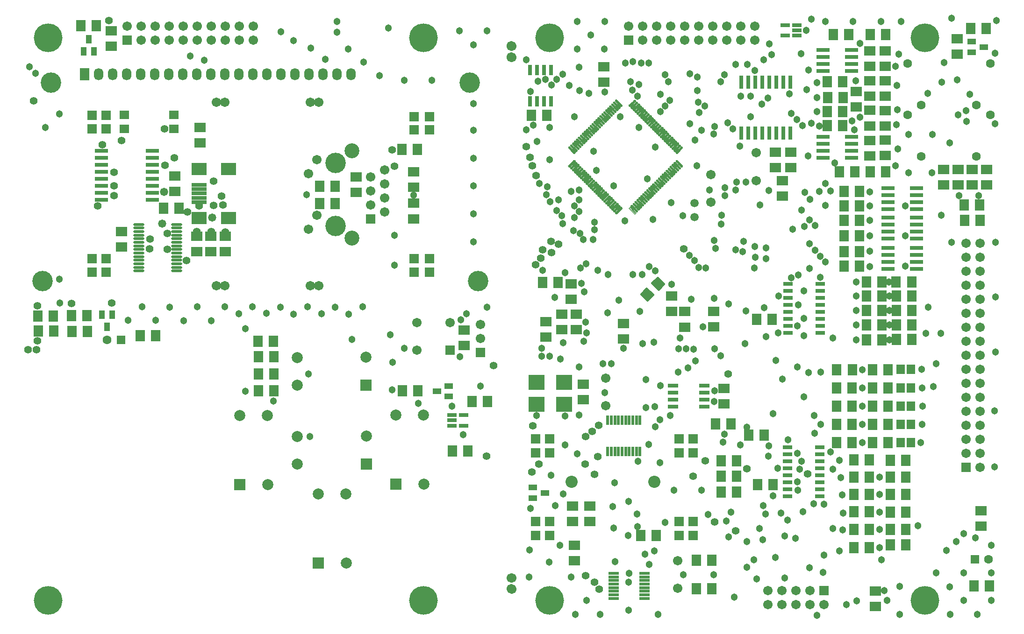
<source format=gts>
%FSLAX43Y43*%
%MOMM*%
G71*
G01*
G75*
%ADD10C,0.300*%
%ADD11R,1.600X1.800*%
%ADD12R,1.800X1.600*%
%ADD13R,0.600X2.150*%
%ADD14R,0.600X2.150*%
%ADD15R,0.600X1.700*%
%ADD16C,0.250*%
%ADD17C,0.063*%
%ADD18R,1.700X0.600*%
%ADD19R,1.700X0.600*%
%ADD20R,1.550X0.600*%
%ADD21R,1.550X0.600*%
%ADD22R,2.200X0.600*%
%ADD23R,2.200X0.600*%
%ADD24R,1.450X0.550*%
%ADD25R,1.450X0.550*%
%ADD26R,1.300X1.500*%
%ADD27R,2.200X0.550*%
%ADD28R,2.200X0.550*%
%ADD29R,1.300X0.850*%
%ADD30R,2.700X2.500*%
%ADD31R,1.650X0.300*%
%ADD32R,0.300X1.600*%
%ADD33R,2.150X0.600*%
%ADD34R,2.500X2.000*%
%ADD35R,2.500X0.500*%
%ADD36O,1.800X0.350*%
%ADD37O,1.800X0.350*%
%ADD38R,1.500X1.300*%
%ADD39R,2.150X0.600*%
%ADD40R,0.850X1.300*%
%ADD41C,0.500*%
%ADD42C,0.800*%
%ADD43C,0.400*%
%ADD44C,0.600*%
%ADD45C,1.000*%
%ADD46C,0.100*%
%ADD47C,1.500*%
%ADD48C,1.400*%
%ADD49R,1.500X1.500*%
%ADD50R,1.400X1.400*%
%ADD51C,1.300*%
%ADD52C,1.500*%
%ADD53C,2.000*%
%ADD54C,5.000*%
%ADD55R,1.800X1.800*%
%ADD56C,1.800*%
%ADD57C,3.500*%
%ADD58O,1.500X2.000*%
%ADD59R,1.500X2.000*%
%ADD60C,1.200*%
%ADD61C,2.500*%
%ADD62C,1.100*%
%ADD63C,1.270*%
%ADD64R,0.950X0.900*%
%ADD65C,0.700*%
%ADD66R,1.803X2.003*%
%ADD67R,2.003X1.803*%
%ADD68R,0.803X2.353*%
%ADD69R,0.803X2.353*%
%ADD70R,0.803X1.903*%
%ADD71R,1.903X0.803*%
%ADD72R,1.903X0.803*%
%ADD73R,1.753X0.803*%
%ADD74R,1.753X0.803*%
%ADD75R,2.403X0.803*%
%ADD76R,2.403X0.803*%
%ADD77R,1.653X0.753*%
%ADD78R,1.653X0.753*%
%ADD79R,1.503X1.703*%
%ADD80R,2.403X0.753*%
%ADD81R,2.403X0.753*%
%ADD82R,1.503X1.053*%
%ADD83R,2.903X2.703*%
%ADD84R,1.853X0.503*%
%ADD85R,0.503X1.803*%
%ADD86R,2.353X0.803*%
%ADD87R,2.703X2.203*%
%ADD88R,2.703X0.703*%
%ADD89O,2.003X0.553*%
%ADD90O,2.003X0.553*%
%ADD91R,1.703X1.503*%
%ADD92R,2.353X0.803*%
%ADD93R,1.053X1.503*%
%ADD94C,1.703*%
%ADD95C,1.603*%
%ADD96R,1.703X1.703*%
%ADD97R,1.603X1.603*%
%ADD98C,1.503*%
%ADD99C,1.703*%
%ADD100C,2.203*%
%ADD101C,5.203*%
%ADD102R,2.003X2.003*%
%ADD103C,2.003*%
%ADD104C,3.703*%
%ADD105O,1.703X2.203*%
%ADD106R,1.703X2.203*%
%ADD107C,1.403*%
%ADD108C,2.703*%
%ADD109C,1.303*%
%ADD110C,1.473*%
D43*
X108169Y75712D02*
X109053Y76596D01*
X109091Y76559D02*
G03*
X109053Y76596I-19J19D01*
G01*
X108207Y75675D02*
X109091Y76559D01*
X108169Y75712D02*
G03*
X108207Y75675I19J-19D01*
G01*
X113119Y92683D02*
X114003Y93567D01*
X114040Y93529D02*
G03*
X114003Y93567I-19J19D01*
G01*
X113157Y92645D02*
X114040Y93529D01*
X113119Y92683D02*
G03*
X113157Y92645I19J-19D01*
G01*
X117399Y81900D02*
X118283Y81016D01*
X118245Y80978D02*
G03*
X118283Y81016I19J19D01*
G01*
X117362Y81862D02*
X118245Y80978D01*
X117399Y81900D02*
G03*
X117362Y81862I-19J-19D01*
G01*
X116692Y81192D02*
X117576Y80309D01*
X117538Y80271D02*
G03*
X117576Y80309I19J19D01*
G01*
X116654Y81155D02*
X117538Y80271D01*
X116692Y81192D02*
G03*
X116654Y81155I-19J-19D01*
G01*
X108523Y75359D02*
X109407Y76243D01*
X109444Y76205D02*
G03*
X109407Y76243I-19J19D01*
G01*
X108560Y75321D02*
X109444Y76205D01*
X108523Y75359D02*
G03*
X108560Y75321I19J-19D01*
G01*
X100745Y83137D02*
X101628Y84021D01*
X101666Y83983D02*
G03*
X101628Y84021I-19J19D01*
G01*
X100782Y83099D02*
X101666Y83983D01*
X100745Y83137D02*
G03*
X100782Y83099I19J-19D01*
G01*
X100391Y83491D02*
X101275Y84374D01*
X101312Y84337D02*
G03*
X101275Y84374I-19J19D01*
G01*
X100429Y83453D02*
X101312Y84337D01*
X100391Y83491D02*
G03*
X100429Y83453I19J-19D01*
G01*
X119167Y83667D02*
X120051Y82783D01*
X120013Y82746D02*
G03*
X120051Y82783I19J19D01*
G01*
X119129Y83630D02*
X120013Y82746D01*
X119167Y83667D02*
G03*
X119129Y83630I-19J-19D01*
G01*
X118813Y83314D02*
X119697Y82430D01*
X119660Y82392D02*
G03*
X119697Y82430I19J19D01*
G01*
X118776Y83276D02*
X119660Y82392D01*
X118813Y83314D02*
G03*
X118776Y83276I-19J-19D01*
G01*
X115594Y90208D02*
X116478Y91092D01*
X116515Y91054D02*
G03*
X116478Y91092I-19J19D01*
G01*
X115631Y90170D02*
X116515Y91054D01*
X115594Y90208D02*
G03*
X115631Y90170I19J-19D01*
G01*
X115240Y90562D02*
X116124Y91446D01*
X116162Y91408D02*
G03*
X116124Y91446I-19J19D01*
G01*
X115278Y90524D02*
X116162Y91408D01*
X115240Y90562D02*
G03*
X115278Y90524I19J-19D01*
G01*
X116654Y89147D02*
X117538Y90031D01*
X117576Y89994D02*
G03*
X117538Y90031I-19J19D01*
G01*
X116692Y89110D02*
X117576Y89994D01*
X116654Y89147D02*
G03*
X116692Y89110I19J-19D01*
G01*
X101098Y82783D02*
X101982Y83667D01*
X102020Y83630D02*
G03*
X101982Y83667I-19J19D01*
G01*
X101136Y82746D02*
X102020Y83630D01*
X101098Y82783D02*
G03*
X101136Y82746I19J-19D01*
G01*
X101452Y82395D02*
X102336Y83278D01*
X102373Y83241D02*
G03*
X102336Y83278I-19J19D01*
G01*
X101489Y82357D02*
X102373Y83241D01*
X101452Y82395D02*
G03*
X101489Y82357I19J-19D01*
G01*
X101805Y82076D02*
X102689Y82960D01*
X102727Y82923D02*
G03*
X102689Y82960I-19J19D01*
G01*
X101843Y82039D02*
X102727Y82923D01*
X101805Y82076D02*
G03*
X101843Y82039I19J-19D01*
G01*
X102159Y81723D02*
X103043Y82607D01*
X103080Y82569D02*
G03*
X103043Y82607I-19J19D01*
G01*
X102196Y81685D02*
X103080Y82569D01*
X102159Y81723D02*
G03*
X102196Y81685I19J-19D01*
G01*
X102512Y81369D02*
X103396Y82253D01*
X103434Y82216D02*
G03*
X103396Y82253I-19J19D01*
G01*
X102550Y81332D02*
X103434Y82216D01*
X102512Y81369D02*
G03*
X102550Y81332I19J-19D01*
G01*
X102866Y81016D02*
X103750Y81900D01*
X103787Y81862D02*
G03*
X103750Y81900I-19J19D01*
G01*
X102903Y80978D02*
X103787Y81862D01*
X102866Y81016D02*
G03*
X102903Y80978I19J-19D01*
G01*
X103219Y80662D02*
X104103Y81546D01*
X104141Y81508D02*
G03*
X104103Y81546I-19J19D01*
G01*
X103257Y80625D02*
X104141Y81508D01*
X103219Y80662D02*
G03*
X103257Y80625I19J-19D01*
G01*
X103573Y80309D02*
X104457Y81192D01*
X104494Y81155D02*
G03*
X104457Y81192I-19J19D01*
G01*
X103611Y80271D02*
X104494Y81155D01*
X103573Y80309D02*
G03*
X103611Y80271I19J-19D01*
G01*
X103927Y79955D02*
X104810Y80839D01*
X104848Y80801D02*
G03*
X104810Y80839I-19J19D01*
G01*
X103964Y79917D02*
X104848Y80801D01*
X103927Y79955D02*
G03*
X103964Y79917I19J-19D01*
G01*
X104280Y79601D02*
X105164Y80485D01*
X105202Y80448D02*
G03*
X105164Y80485I-19J19D01*
G01*
X104318Y79564D02*
X105202Y80448D01*
X104280Y79601D02*
G03*
X104318Y79564I19J-19D01*
G01*
X104634Y79248D02*
X105518Y80132D01*
X105555Y80094D02*
G03*
X105518Y80132I-19J19D01*
G01*
X104671Y79210D02*
X105555Y80094D01*
X104634Y79248D02*
G03*
X104671Y79210I19J-19D01*
G01*
X104987Y78894D02*
X105871Y79778D01*
X105909Y79741D02*
G03*
X105871Y79778I-19J19D01*
G01*
X105025Y78857D02*
X105909Y79741D01*
X104987Y78894D02*
G03*
X105025Y78857I19J-19D01*
G01*
X105341Y78541D02*
X106225Y79425D01*
X106262Y79387D02*
G03*
X106225Y79425I-19J19D01*
G01*
X105378Y78503D02*
X106262Y79387D01*
X105341Y78541D02*
G03*
X105378Y78503I19J-19D01*
G01*
X105694Y78187D02*
X106578Y79071D01*
X106616Y79034D02*
G03*
X106578Y79071I-19J19D01*
G01*
X105732Y78150D02*
X106616Y79034D01*
X105694Y78187D02*
G03*
X105732Y78150I19J-19D01*
G01*
X106048Y77834D02*
X106932Y78718D01*
X106969Y78680D02*
G03*
X106932Y78718I-19J19D01*
G01*
X106085Y77796D02*
X106969Y78680D01*
X106048Y77834D02*
G03*
X106085Y77796I19J-19D01*
G01*
X106401Y77480D02*
X107285Y78364D01*
X107323Y78326D02*
G03*
X107285Y78364I-19J19D01*
G01*
X106439Y77443D02*
X107323Y78326D01*
X106401Y77480D02*
G03*
X106439Y77443I19J-19D01*
G01*
X106755Y77091D02*
X107639Y77975D01*
X107676Y77938D02*
G03*
X107639Y77975I-19J19D01*
G01*
X106793Y77054D02*
X107676Y77938D01*
X106755Y77091D02*
G03*
X106793Y77054I19J-19D01*
G01*
X107108Y76773D02*
X107992Y77657D01*
X108030Y77619D02*
G03*
X107992Y77657I-19J19D01*
G01*
X107146Y76735D02*
X108030Y77619D01*
X107108Y76773D02*
G03*
X107146Y76735I19J-19D01*
G01*
X107462Y76419D02*
X108346Y77303D01*
X108384Y77266D02*
G03*
X108346Y77303I-19J19D01*
G01*
X107500Y76382D02*
X108384Y77266D01*
X107462Y76419D02*
G03*
X107500Y76382I19J-19D01*
G01*
X107816Y76066D02*
X108699Y76950D01*
X108737Y76912D02*
G03*
X108699Y76950I-19J19D01*
G01*
X107853Y76028D02*
X108737Y76912D01*
X107816Y76066D02*
G03*
X107853Y76028I19J-19D01*
G01*
X108876Y75005D02*
X109760Y75889D01*
X109798Y75852D02*
G03*
X109760Y75889I-19J19D01*
G01*
X108914Y74968D02*
X109798Y75852D01*
X108876Y75005D02*
G03*
X108914Y74968I19J-19D01*
G01*
X108914Y95335D02*
X109798Y94451D01*
X109760Y94413D02*
G03*
X109798Y94451I19J19D01*
G01*
X108876Y95297D02*
X109760Y94413D01*
X108914Y95335D02*
G03*
X108876Y95297I-19J-19D01*
G01*
X108560Y94981D02*
X109444Y94097D01*
X109407Y94060D02*
G03*
X109444Y94097I19J19D01*
G01*
X108523Y94943D02*
X109407Y94060D01*
X108560Y94981D02*
G03*
X108523Y94943I-19J-19D01*
G01*
X108207Y94627D02*
X109091Y93744D01*
X109053Y93706D02*
G03*
X109091Y93744I19J19D01*
G01*
X108169Y94590D02*
X109053Y93706D01*
X108207Y94627D02*
G03*
X108169Y94590I-19J-19D01*
G01*
X107853Y94274D02*
X108737Y93390D01*
X108699Y93352D02*
G03*
X108737Y93390I19J19D01*
G01*
X107816Y94236D02*
X108699Y93352D01*
X107853Y94274D02*
G03*
X107816Y94236I-19J-19D01*
G01*
X107500Y93920D02*
X108384Y93036D01*
X108346Y92999D02*
G03*
X108384Y93036I19J19D01*
G01*
X107462Y93883D02*
X108346Y92999D01*
X107500Y93920D02*
G03*
X107462Y93883I-19J-19D01*
G01*
X107146Y93567D02*
X108030Y92683D01*
X107992Y92645D02*
G03*
X108030Y92683I19J19D01*
G01*
X107108Y93529D02*
X107992Y92645D01*
X107146Y93567D02*
G03*
X107108Y93529I-19J-19D01*
G01*
X106793Y93213D02*
X107676Y92329D01*
X107639Y92292D02*
G03*
X107676Y92329I19J19D01*
G01*
X106755Y93176D02*
X107639Y92292D01*
X106793Y93213D02*
G03*
X106755Y93176I-19J-19D01*
G01*
X106439Y92860D02*
X107323Y91976D01*
X107285Y91938D02*
G03*
X107323Y91976I19J19D01*
G01*
X106401Y92822D02*
X107285Y91938D01*
X106439Y92860D02*
G03*
X106401Y92822I-19J-19D01*
G01*
X106085Y92506D02*
X106969Y91622D01*
X106932Y91585D02*
G03*
X106969Y91622I19J19D01*
G01*
X106048Y92469D02*
X106932Y91585D01*
X106085Y92506D02*
G03*
X106048Y92469I-19J-19D01*
G01*
X105732Y92153D02*
X106616Y91269D01*
X106578Y91231D02*
G03*
X106616Y91269I19J19D01*
G01*
X105694Y92115D02*
X106578Y91231D01*
X105732Y92153D02*
G03*
X105694Y92115I-19J-19D01*
G01*
X105378Y91799D02*
X106262Y90915D01*
X106225Y90878D02*
G03*
X106262Y90915I19J19D01*
G01*
X105341Y91761D02*
X106225Y90878D01*
X105378Y91799D02*
G03*
X105341Y91761I-19J-19D01*
G01*
X105025Y91445D02*
X105909Y90562D01*
X105871Y90524D02*
G03*
X105909Y90562I19J19D01*
G01*
X104987Y91408D02*
X105871Y90524D01*
X105025Y91445D02*
G03*
X104987Y91408I-19J-19D01*
G01*
X104671Y91092D02*
X105555Y90208D01*
X105517Y90170D02*
G03*
X105555Y90208I19J19D01*
G01*
X104634Y91054D02*
X105517Y90170D01*
X104671Y91092D02*
G03*
X104634Y91054I-19J-19D01*
G01*
X104318Y90738D02*
X105202Y89854D01*
X105164Y89817D02*
G03*
X105202Y89854I19J19D01*
G01*
X104280Y90701D02*
X105164Y89817D01*
X104318Y90738D02*
G03*
X104280Y90701I-19J-19D01*
G01*
X103964Y90385D02*
X104848Y89501D01*
X104810Y89463D02*
G03*
X104848Y89501I19J19D01*
G01*
X103926Y90347D02*
X104810Y89463D01*
X103964Y90385D02*
G03*
X103926Y90347I-19J-19D01*
G01*
X103257Y89678D02*
X104141Y88794D01*
X104103Y88756D02*
G03*
X104141Y88794I19J19D01*
G01*
X103219Y89640D02*
X104103Y88756D01*
X103257Y89678D02*
G03*
X103219Y89640I-19J-19D01*
G01*
X102903Y89324D02*
X103787Y88440D01*
X103750Y88403D02*
G03*
X103787Y88440I19J19D01*
G01*
X102866Y89287D02*
X103750Y88403D01*
X102903Y89324D02*
G03*
X102866Y89287I-19J-19D01*
G01*
X102550Y88971D02*
X103434Y88087D01*
X103396Y88049D02*
G03*
X103434Y88087I19J19D01*
G01*
X102512Y88933D02*
X103396Y88049D01*
X102550Y88971D02*
G03*
X102512Y88933I-19J-19D01*
G01*
X102196Y88617D02*
X103080Y87733D01*
X103043Y87696D02*
G03*
X103080Y87733I19J19D01*
G01*
X102159Y88579D02*
X103043Y87696D01*
X102196Y88617D02*
G03*
X102159Y88579I-19J-19D01*
G01*
X101843Y88264D02*
X102727Y87380D01*
X102689Y87342D02*
G03*
X102727Y87380I19J19D01*
G01*
X101805Y88226D02*
X102689Y87342D01*
X101843Y88264D02*
G03*
X101805Y88226I-19J-19D01*
G01*
X101489Y87910D02*
X102373Y87026D01*
X102336Y86988D02*
G03*
X102373Y87026I19J19D01*
G01*
X101452Y87872D02*
X102336Y86988D01*
X101489Y87910D02*
G03*
X101452Y87872I-19J-19D01*
G01*
X101136Y87556D02*
X102020Y86673D01*
X101982Y86635D02*
G03*
X102020Y86673I19J19D01*
G01*
X101098Y87519D02*
X101982Y86635D01*
X101136Y87556D02*
G03*
X101098Y87519I-19J-19D01*
G01*
X119836Y85965D02*
X120720Y86849D01*
X120758Y86812D02*
G03*
X120720Y86849I-19J19D01*
G01*
X119874Y85928D02*
X120758Y86812D01*
X119836Y85965D02*
G03*
X119874Y85928I19J-19D01*
G01*
X119129Y86673D02*
X120013Y87556D01*
X120051Y87519D02*
G03*
X120013Y87556I-19J19D01*
G01*
X119167Y86635D02*
X120051Y87519D01*
X119129Y86673D02*
G03*
X119167Y86635I19J-19D01*
G01*
X118776Y87026D02*
X119660Y87910D01*
X119697Y87872D02*
G03*
X119660Y87910I-19J19D01*
G01*
X118813Y86988D02*
X119697Y87872D01*
X118776Y87026D02*
G03*
X118813Y86988I19J-19D01*
G01*
X118422Y87380D02*
X119306Y88264D01*
X119344Y88226D02*
G03*
X119306Y88264I-19J19D01*
G01*
X118460Y87342D02*
X119344Y88226D01*
X118422Y87380D02*
G03*
X118460Y87342I19J-19D01*
G01*
X118069Y87733D02*
X118952Y88617D01*
X118990Y88579D02*
G03*
X118952Y88617I-19J19D01*
G01*
X118106Y87696D02*
X118990Y88579D01*
X118069Y87733D02*
G03*
X118106Y87696I19J-19D01*
G01*
X117715Y88087D02*
X118599Y88971D01*
X118637Y88933D02*
G03*
X118599Y88971I-19J19D01*
G01*
X117753Y88049D02*
X118637Y88933D01*
X117715Y88087D02*
G03*
X117753Y88049I19J-19D01*
G01*
X117362Y88440D02*
X118245Y89324D01*
X118283Y89287D02*
G03*
X118245Y89324I-19J19D01*
G01*
X117399Y88403D02*
X118283Y89287D01*
X117362Y88440D02*
G03*
X117399Y88403I19J-19D01*
G01*
X117008Y88794D02*
X117892Y89678D01*
X117929Y89640D02*
G03*
X117892Y89678I-19J19D01*
G01*
X117046Y88756D02*
X117929Y89640D01*
X117008Y88794D02*
G03*
X117046Y88756I19J-19D01*
G01*
X116301Y89501D02*
X117185Y90385D01*
X117222Y90347D02*
G03*
X117185Y90385I-19J19D01*
G01*
X116339Y89463D02*
X117222Y90347D01*
X116301Y89501D02*
G03*
X116339Y89463I19J-19D01*
G01*
X115947Y89854D02*
X116831Y90738D01*
X116869Y90701D02*
G03*
X116831Y90738I-19J19D01*
G01*
X115985Y89817D02*
X116869Y90701D01*
X115947Y89854D02*
G03*
X115985Y89817I19J-19D01*
G01*
X114887Y90915D02*
X115771Y91799D01*
X115808Y91761D02*
G03*
X115771Y91799I-19J19D01*
G01*
X114924Y90878D02*
X115808Y91761D01*
X114887Y90915D02*
G03*
X114924Y90878I19J-19D01*
G01*
X114533Y91269D02*
X115417Y92153D01*
X115455Y92115D02*
G03*
X115417Y92153I-19J19D01*
G01*
X114571Y91231D02*
X115455Y92115D01*
X114533Y91269D02*
G03*
X114571Y91231I19J-19D01*
G01*
X114180Y91622D02*
X115063Y92506D01*
X115101Y92469D02*
G03*
X115063Y92506I-19J19D01*
G01*
X114217Y91585D02*
X115101Y92469D01*
X114180Y91622D02*
G03*
X114217Y91585I19J-19D01*
G01*
X113826Y91976D02*
X114710Y92860D01*
X114748Y92822D02*
G03*
X114710Y92860I-19J19D01*
G01*
X113864Y91938D02*
X114748Y92822D01*
X113826Y91976D02*
G03*
X113864Y91938I19J-19D01*
G01*
X113472Y92329D02*
X114356Y93213D01*
X114394Y93176D02*
G03*
X114356Y93213I-19J19D01*
G01*
X113510Y92292D02*
X114394Y93176D01*
X113472Y92329D02*
G03*
X113510Y92292I19J-19D01*
G01*
X112765Y93036D02*
X113649Y93920D01*
X113687Y93883D02*
G03*
X113649Y93920I-19J19D01*
G01*
X112803Y92999D02*
X113687Y93883D01*
X112765Y93036D02*
G03*
X112803Y92999I19J-19D01*
G01*
X112412Y93390D02*
X113296Y94274D01*
X113333Y94236D02*
G03*
X113296Y94274I-19J19D01*
G01*
X112449Y93352D02*
X113333Y94236D01*
X112412Y93390D02*
G03*
X112449Y93352I19J-19D01*
G01*
X112058Y93744D02*
X112942Y94627D01*
X112980Y94590D02*
G03*
X112942Y94627I-19J19D01*
G01*
X112096Y93706D02*
X112980Y94590D01*
X112058Y93744D02*
G03*
X112096Y93706I19J-19D01*
G01*
X111705Y94097D02*
X112589Y94981D01*
X112626Y94943D02*
G03*
X112589Y94981I-19J19D01*
G01*
X111742Y94060D02*
X112626Y94943D01*
X111705Y94097D02*
G03*
X111742Y94060I19J-19D01*
G01*
X111351Y94451D02*
X112235Y95335D01*
X112273Y95297D02*
G03*
X112235Y95335I-19J19D01*
G01*
X111389Y94413D02*
X112273Y95297D01*
X111351Y94451D02*
G03*
X111389Y94413I19J-19D01*
G01*
X111742Y76243D02*
X112626Y75359D01*
X112589Y75321D02*
G03*
X112626Y75359I19J19D01*
G01*
X111705Y76205D02*
X112589Y75321D01*
X111742Y76243D02*
G03*
X111705Y76205I-19J-19D01*
G01*
X112096Y76596D02*
X112980Y75712D01*
X112942Y75675D02*
G03*
X112980Y75712I19J19D01*
G01*
X112058Y76559D02*
X112942Y75675D01*
X112096Y76596D02*
G03*
X112058Y76559I-19J-19D01*
G01*
X112449Y76950D02*
X113333Y76066D01*
X113296Y76028D02*
G03*
X113333Y76066I19J19D01*
G01*
X112412Y76912D02*
X113296Y76028D01*
X112449Y76950D02*
G03*
X112412Y76912I-19J-19D01*
G01*
X112803Y77303D02*
X113687Y76419D01*
X113649Y76382D02*
G03*
X113687Y76419I19J19D01*
G01*
X112765Y77266D02*
X113649Y76382D01*
X112803Y77303D02*
G03*
X112765Y77266I-19J-19D01*
G01*
X113157Y77657D02*
X114040Y76773D01*
X114003Y76735D02*
G03*
X114040Y76773I19J19D01*
G01*
X113119Y77619D02*
X114003Y76735D01*
X113157Y77657D02*
G03*
X113119Y77619I-19J-19D01*
G01*
X113864Y78364D02*
X114748Y77480D01*
X114710Y77443D02*
G03*
X114748Y77480I19J19D01*
G01*
X113826Y78326D02*
X114710Y77443D01*
X113864Y78364D02*
G03*
X113826Y78326I-19J-19D01*
G01*
X114217Y78718D02*
X115101Y77834D01*
X115063Y77796D02*
G03*
X115101Y77834I19J19D01*
G01*
X114180Y78680D02*
X115063Y77796D01*
X114217Y78718D02*
G03*
X114180Y78680I-19J-19D01*
G01*
X114571Y79071D02*
X115455Y78187D01*
X115417Y78150D02*
G03*
X115455Y78187I19J19D01*
G01*
X114533Y79034D02*
X115417Y78150D01*
X114571Y79071D02*
G03*
X114533Y79034I-19J-19D01*
G01*
X114924Y79425D02*
X115808Y78541D01*
X115771Y78503D02*
G03*
X115808Y78541I19J19D01*
G01*
X114887Y79387D02*
X115771Y78503D01*
X114924Y79425D02*
G03*
X114887Y79387I-19J-19D01*
G01*
X115278Y79778D02*
X116162Y78894D01*
X116124Y78857D02*
G03*
X116162Y78894I19J19D01*
G01*
X115240Y79741D02*
X116124Y78857D01*
X115278Y79778D02*
G03*
X115240Y79741I-19J-19D01*
G01*
X115631Y80132D02*
X116515Y79248D01*
X116478Y79210D02*
G03*
X116515Y79248I19J19D01*
G01*
X115594Y80094D02*
X116478Y79210D01*
X115631Y80132D02*
G03*
X115594Y80094I-19J-19D01*
G01*
X115985Y80485D02*
X116869Y79602D01*
X116831Y79564D02*
G03*
X116869Y79602I19J19D01*
G01*
X115947Y80448D02*
X116831Y79564D01*
X115985Y80485D02*
G03*
X115947Y80448I-19J-19D01*
G01*
X116339Y80839D02*
X117222Y79955D01*
X117185Y79917D02*
G03*
X117222Y79955I19J19D01*
G01*
X116301Y80801D02*
X117185Y79917D01*
X116339Y80839D02*
G03*
X116301Y80801I-19J-19D01*
G01*
X117046Y81546D02*
X117929Y80662D01*
X117892Y80625D02*
G03*
X117929Y80662I19J19D01*
G01*
X117008Y81508D02*
X117892Y80625D01*
X117046Y81546D02*
G03*
X117008Y81508I-19J-19D01*
G01*
X117753Y82253D02*
X118637Y81369D01*
X118599Y81332D02*
G03*
X118637Y81369I19J19D01*
G01*
X117715Y82215D02*
X118599Y81332D01*
X117753Y82253D02*
G03*
X117715Y82215I-19J-19D01*
G01*
X118106Y82607D02*
X118990Y81723D01*
X118952Y81685D02*
G03*
X118990Y81723I19J19D01*
G01*
X118069Y82569D02*
X118952Y81685D01*
X118106Y82607D02*
G03*
X118069Y82569I-19J-19D01*
G01*
X118460Y82960D02*
X119344Y82076D01*
X119306Y82039D02*
G03*
X119344Y82076I19J19D01*
G01*
X118422Y82923D02*
X119306Y82039D01*
X118460Y82960D02*
G03*
X118422Y82923I-19J-19D01*
G01*
X119521Y84021D02*
X120404Y83137D01*
X120367Y83099D02*
G03*
X120404Y83137I19J19D01*
G01*
X119483Y83983D02*
X120367Y83099D01*
X119521Y84021D02*
G03*
X119483Y83983I-19J-19D01*
G01*
X119874Y84374D02*
X120758Y83491D01*
X120720Y83453D02*
G03*
X120758Y83491I19J19D01*
G01*
X119836Y84337D02*
X120720Y83453D01*
X119874Y84374D02*
G03*
X119836Y84337I-19J-19D01*
G01*
X113510Y78010D02*
X114394Y77127D01*
X114356Y77089D02*
G03*
X114394Y77127I19J19D01*
G01*
X113473Y77973D02*
X114356Y77089D01*
X113510Y78010D02*
G03*
X113473Y77973I-19J-19D01*
G01*
X100429Y86849D02*
X101312Y85965D01*
X101275Y85928D02*
G03*
X101312Y85965I19J19D01*
G01*
X100391Y86812D02*
X101275Y85928D01*
X100429Y86849D02*
G03*
X100391Y86812I-19J-19D01*
G01*
X100782Y87203D02*
X101666Y86319D01*
X101628Y86281D02*
G03*
X101666Y86319I19J19D01*
G01*
X100745Y87165D02*
X101628Y86281D01*
X100782Y87203D02*
G03*
X100745Y87165I-19J-19D01*
G01*
X103611Y90031D02*
X104495Y89147D01*
X104457Y89110D02*
G03*
X104495Y89147I19J19D01*
G01*
X103573Y89994D02*
X104457Y89110D01*
X103611Y90031D02*
G03*
X103573Y89994I-19J-19D01*
G01*
X119483Y86319D02*
X120367Y87203D01*
X120404Y87165D02*
G03*
X120367Y87203I-19J19D01*
G01*
X119520Y86281D02*
X120404Y87165D01*
X119483Y86319D02*
G03*
X119520Y86281I19J-19D01*
G01*
X114555Y59134D02*
X113422Y60268D01*
X114414Y61260D01*
X115548Y60127D01*
X114555Y59134D01*
Y59606D02*
X113893Y60268D01*
X114414Y60789D01*
X115076Y60127D01*
X114555Y59606D01*
Y60077D02*
X114365Y60268D01*
X114414Y60317D01*
X114605Y60127D01*
X114555Y60077D01*
X114485Y60179D02*
Y60215D01*
X116535Y61114D02*
X115402Y62248D01*
X116394Y63240D01*
X117528Y62107D01*
X116535Y61114D01*
Y61586D02*
X115873Y62248D01*
X116394Y62769D01*
X117056Y62107D01*
X116535Y61586D01*
Y62057D02*
X116345Y62248D01*
X116394Y62297D01*
X116585Y62107D01*
X116535Y62057D01*
X116465Y62159D02*
Y62195D01*
D46*
X112521Y74969D02*
X112271Y74719D01*
X111138Y75853D01*
X111388Y76102D01*
X112521Y74969D01*
X112403D02*
X112271Y74837D01*
X111256Y75853D01*
X111388Y75985D01*
X112403Y74969D01*
X112286D02*
X112271Y74955D01*
X111374Y75853D01*
X111388Y75867D01*
X112286Y74969D01*
X112229Y75030D02*
X111430Y75792D01*
D66*
X154268Y54674D02*
D03*
X157068D02*
D03*
X154268Y59875D02*
D03*
X157068D02*
D03*
X154268Y57274D02*
D03*
X157068Y57274D02*
D03*
X154268Y62426D02*
D03*
X157068D02*
D03*
X159677Y57272D02*
D03*
X162477D02*
D03*
X162427Y62423D02*
D03*
X159627D02*
D03*
X126218Y6809D02*
D03*
X123418Y6809D02*
D03*
X135696Y34665D02*
D03*
X132896Y34665D02*
D03*
X93537Y92708D02*
D03*
X96337D02*
D03*
X147112Y90795D02*
D03*
X149912Y90795D02*
D03*
X174780Y76427D02*
D03*
X171980D02*
D03*
X149937Y93358D02*
D03*
X147137D02*
D03*
X152962Y76245D02*
D03*
X150162Y76245D02*
D03*
X152962Y78845D02*
D03*
X150162Y78845D02*
D03*
X148874Y46551D02*
D03*
X151674D02*
D03*
X158187Y46558D02*
D03*
X155387Y46558D02*
D03*
X161362Y30145D02*
D03*
X158562Y30145D02*
D03*
X151662Y43245D02*
D03*
X148862D02*
D03*
X154937Y107308D02*
D03*
X157737D02*
D03*
X158187Y43258D02*
D03*
X155387D02*
D03*
X172018Y73620D02*
D03*
X174818D02*
D03*
X147187Y95908D02*
D03*
X149987Y95908D02*
D03*
X151662Y39945D02*
D03*
X148862D02*
D03*
X158187Y39958D02*
D03*
X155387D02*
D03*
X149937Y98808D02*
D03*
X147137Y98808D02*
D03*
X151662Y36645D02*
D03*
X148862D02*
D03*
X155387Y36658D02*
D03*
X158187D02*
D03*
X159677Y54671D02*
D03*
X162477Y54671D02*
D03*
X148862Y33345D02*
D03*
X151662D02*
D03*
X158187Y33358D02*
D03*
X155387D02*
D03*
X161362Y27045D02*
D03*
X158562Y27045D02*
D03*
X151987Y27058D02*
D03*
X154787Y27058D02*
D03*
X150224Y65301D02*
D03*
X153024D02*
D03*
X150212Y70795D02*
D03*
X153012D02*
D03*
X159702Y52008D02*
D03*
X162502D02*
D03*
X157076Y51971D02*
D03*
X154276D02*
D03*
X161362Y23945D02*
D03*
X158562D02*
D03*
X151987Y23958D02*
D03*
X154787D02*
D03*
X150162Y67945D02*
D03*
X152962D02*
D03*
X150212Y73595D02*
D03*
X153012D02*
D03*
X161362Y20745D02*
D03*
X158562D02*
D03*
X151987Y20758D02*
D03*
X154787Y20758D02*
D03*
X161362Y17545D02*
D03*
X158562D02*
D03*
X151987Y17558D02*
D03*
X154787D02*
D03*
X161362Y14747D02*
D03*
X158562D02*
D03*
X151987Y14258D02*
D03*
X154787D02*
D03*
X173687Y7358D02*
D03*
X176487D02*
D03*
X157737Y82408D02*
D03*
X154937D02*
D03*
X151979Y30160D02*
D03*
X154779Y30160D02*
D03*
X149327Y82404D02*
D03*
X152127Y82404D02*
D03*
X134361Y55668D02*
D03*
X137161D02*
D03*
X151059Y107325D02*
D03*
X148259D02*
D03*
X134487Y25710D02*
D03*
X137287D02*
D03*
X173156Y108384D02*
D03*
X175956Y108384D02*
D03*
X162477Y59873D02*
D03*
X159677Y59873D02*
D03*
X130694Y30002D02*
D03*
X127894Y30002D02*
D03*
Y27201D02*
D03*
X130694Y27201D02*
D03*
X127920Y24349D02*
D03*
X130720Y24349D02*
D03*
X126870Y36703D02*
D03*
X129670Y36703D02*
D03*
X95575Y62402D02*
D03*
X98375D02*
D03*
X123418Y11961D02*
D03*
X126218Y11961D02*
D03*
X116134Y16513D02*
D03*
X113334D02*
D03*
X26895Y75813D02*
D03*
X29695Y75812D02*
D03*
X11953Y108927D02*
D03*
X14753D02*
D03*
X46863Y48907D02*
D03*
Y42707D02*
D03*
Y45807D02*
D03*
X72963Y42707D02*
D03*
X46800Y51700D02*
D03*
X44063Y48907D02*
D03*
Y42707D02*
D03*
Y45807D02*
D03*
X70163Y42707D02*
D03*
X44000Y51700D02*
D03*
X79213Y31757D02*
D03*
X82013Y31757D02*
D03*
X72868Y86472D02*
D03*
X70068D02*
D03*
X55157Y76709D02*
D03*
Y79809D02*
D03*
X57957Y76709D02*
D03*
Y79809D02*
D03*
X13062Y56329D02*
D03*
X10262Y56329D02*
D03*
X4145Y56295D02*
D03*
X6945D02*
D03*
X7006Y53542D02*
D03*
X4206Y53542D02*
D03*
X10294Y53499D02*
D03*
X13094Y53499D02*
D03*
X22694Y52712D02*
D03*
X25494Y52712D02*
D03*
X82810Y40767D02*
D03*
X85610Y40767D02*
D03*
D67*
X126562Y54339D02*
D03*
Y57139D02*
D03*
X104133Y21843D02*
D03*
X104133Y19043D02*
D03*
X152421Y96978D02*
D03*
X152421Y94178D02*
D03*
X140568Y85964D02*
D03*
Y83164D02*
D03*
X154868Y93564D02*
D03*
Y90764D02*
D03*
X173411Y82884D02*
D03*
Y80084D02*
D03*
X154881Y85339D02*
D03*
Y88139D02*
D03*
X170667Y103727D02*
D03*
X170667Y106527D02*
D03*
X137768Y83164D02*
D03*
X137768Y85964D02*
D03*
X154874Y104351D02*
D03*
Y101551D02*
D03*
X176018Y80072D02*
D03*
X176018Y82872D02*
D03*
X154881Y96139D02*
D03*
Y98939D02*
D03*
X168210Y80084D02*
D03*
Y82884D02*
D03*
X101032Y19043D02*
D03*
Y21843D02*
D03*
X155893Y6398D02*
D03*
Y3598D02*
D03*
X128453Y40364D02*
D03*
Y43164D02*
D03*
X174981Y20939D02*
D03*
Y18139D02*
D03*
X170810Y82884D02*
D03*
Y80084D02*
D03*
X106643Y101488D02*
D03*
Y98688D02*
D03*
X157678Y93548D02*
D03*
Y90748D02*
D03*
X157671Y85354D02*
D03*
X157671Y88154D02*
D03*
X138971Y78054D02*
D03*
Y80854D02*
D03*
X157678Y104348D02*
D03*
Y101548D02*
D03*
X157671Y96154D02*
D03*
Y98954D02*
D03*
X118946Y59949D02*
D03*
X118946Y57149D02*
D03*
X96181Y52487D02*
D03*
X96181Y55287D02*
D03*
X99059Y53824D02*
D03*
Y56624D02*
D03*
X101659Y53824D02*
D03*
Y56624D02*
D03*
X100770Y62099D02*
D03*
X100770Y59299D02*
D03*
X121309Y54274D02*
D03*
X121309Y57074D02*
D03*
X102983Y41148D02*
D03*
X102983Y43948D02*
D03*
X110246Y54949D02*
D03*
X110246Y52149D02*
D03*
X101332Y14691D02*
D03*
X101332Y11891D02*
D03*
X33515Y87660D02*
D03*
Y90460D02*
D03*
X19255Y71568D02*
D03*
Y68768D02*
D03*
X32902Y70780D02*
D03*
X32902Y67980D02*
D03*
X38103Y70780D02*
D03*
X38103Y67980D02*
D03*
X35502Y70780D02*
D03*
X35502Y67980D02*
D03*
X28957Y78870D02*
D03*
Y81670D02*
D03*
X81338Y50955D02*
D03*
X81338Y53755D02*
D03*
X17404Y107977D02*
D03*
Y105177D02*
D03*
X61816Y78720D02*
D03*
Y81520D02*
D03*
X72169Y73916D02*
D03*
Y82416D02*
D03*
Y76716D02*
D03*
Y79616D02*
D03*
D68*
X135339Y89426D02*
D03*
Y98676D02*
D03*
X136609D02*
D03*
X132799Y89426D02*
D03*
X134069D02*
D03*
X137879D02*
D03*
X139149D02*
D03*
X140419D02*
D03*
X131529Y98676D02*
D03*
X137879D02*
D03*
X139149D02*
D03*
D69*
X131529Y89426D02*
D03*
X134069Y98676D02*
D03*
X132799Y98676D02*
D03*
X140419D02*
D03*
X136609Y89426D02*
D03*
D70*
X95859Y100901D02*
D03*
X94589Y95201D02*
D03*
X97129Y100901D02*
D03*
X94589D02*
D03*
X93319D02*
D03*
X97129Y95201D02*
D03*
X95859D02*
D03*
X93319D02*
D03*
D71*
X119205Y39857D02*
D03*
Y41127D02*
D03*
X124905Y42397D02*
D03*
Y41127D02*
D03*
D72*
X119205Y43667D02*
D03*
Y42397D02*
D03*
X124905Y43667D02*
D03*
Y39857D02*
D03*
D73*
X139999Y62146D02*
D03*
Y55796D02*
D03*
Y57066D02*
D03*
X145849Y55796D02*
D03*
X139999Y54526D02*
D03*
Y58336D02*
D03*
Y60876D02*
D03*
Y59606D02*
D03*
X145804Y24869D02*
D03*
X145804Y26139D02*
D03*
X139954Y29949D02*
D03*
D74*
X145849Y53256D02*
D03*
Y54526D02*
D03*
Y57066D02*
D03*
Y58336D02*
D03*
Y59606D02*
D03*
Y60876D02*
D03*
Y62146D02*
D03*
X139999Y53256D02*
D03*
X139954Y32489D02*
D03*
X145804Y27409D02*
D03*
Y28679D02*
D03*
Y23599D02*
D03*
X139954Y24869D02*
D03*
X145804Y29949D02*
D03*
Y31219D02*
D03*
Y32489D02*
D03*
X139954Y26139D02*
D03*
Y27409D02*
D03*
Y28679D02*
D03*
Y23599D02*
D03*
Y31219D02*
D03*
D75*
X151585Y100749D02*
D03*
X146385Y103289D02*
D03*
Y102019D02*
D03*
Y100749D02*
D03*
X151574Y84946D02*
D03*
D76*
X146385Y104559D02*
D03*
X151585D02*
D03*
Y103289D02*
D03*
Y102019D02*
D03*
X151574Y86216D02*
D03*
Y87486D02*
D03*
Y88756D02*
D03*
X146374Y84946D02*
D03*
Y86216D02*
D03*
Y87486D02*
D03*
Y88756D02*
D03*
D77*
X139483Y107151D02*
D03*
X79125Y38300D02*
D03*
D78*
X139483Y109051D02*
D03*
X141633D02*
D03*
Y108101D02*
D03*
Y107151D02*
D03*
X79125Y37350D02*
D03*
Y36400D02*
D03*
X81275D02*
D03*
Y38300D02*
D03*
D79*
X162333Y46608D02*
D03*
X160433D02*
D03*
X162333Y43207D02*
D03*
X160433D02*
D03*
Y39946D02*
D03*
X162333D02*
D03*
X160433Y36646D02*
D03*
X162333D02*
D03*
X160433Y33346D02*
D03*
X162333D02*
D03*
D80*
X158124Y79506D02*
D03*
Y78236D02*
D03*
Y76966D02*
D03*
Y75696D02*
D03*
X163324Y79506D02*
D03*
Y78236D02*
D03*
Y76966D02*
D03*
Y75696D02*
D03*
X158124Y74106D02*
D03*
Y72836D02*
D03*
Y71566D02*
D03*
Y70296D02*
D03*
X163324Y74106D02*
D03*
Y72836D02*
D03*
Y71566D02*
D03*
Y70296D02*
D03*
X158136Y68611D02*
D03*
Y67341D02*
D03*
Y66071D02*
D03*
Y64801D02*
D03*
X163336Y68611D02*
D03*
Y66071D02*
D03*
Y64801D02*
D03*
D81*
Y67341D02*
D03*
D82*
X175492Y105075D02*
D03*
X173292Y106025D02*
D03*
X173292Y104125D02*
D03*
X96022Y24204D02*
D03*
X93822Y25154D02*
D03*
Y23254D02*
D03*
X78602Y43602D02*
D03*
Y41702D02*
D03*
X76402Y42652D02*
D03*
D83*
X99474Y40261D02*
D03*
X94474Y40261D02*
D03*
X94474Y44261D02*
D03*
X99474D02*
D03*
D84*
X114027Y5078D02*
D03*
Y5728D02*
D03*
Y6378D02*
D03*
Y7028D02*
D03*
Y7678D02*
D03*
Y8328D02*
D03*
Y8978D02*
D03*
Y9628D02*
D03*
X108477Y5078D02*
D03*
Y5728D02*
D03*
Y6378D02*
D03*
Y7028D02*
D03*
Y7678D02*
D03*
Y8328D02*
D03*
Y8978D02*
D03*
Y9628D02*
D03*
D85*
X111927Y31710D02*
D03*
X113227Y37410D02*
D03*
X112577D02*
D03*
X111927D02*
D03*
X111277D02*
D03*
X110627D02*
D03*
X109977D02*
D03*
X109327D02*
D03*
X108677D02*
D03*
X108027D02*
D03*
X107377D02*
D03*
X113227Y31710D02*
D03*
X112577D02*
D03*
X111277D02*
D03*
X110627D02*
D03*
X109977D02*
D03*
X109327D02*
D03*
X108677D02*
D03*
X108027D02*
D03*
X107377D02*
D03*
D86*
X24880Y84946D02*
D03*
X15630Y77326D02*
D03*
X24880D02*
D03*
X15630Y86216D02*
D03*
Y83676D02*
D03*
Y82406D02*
D03*
Y81136D02*
D03*
Y79866D02*
D03*
Y78596D02*
D03*
X24880Y86216D02*
D03*
Y83676D02*
D03*
Y82406D02*
D03*
Y81136D02*
D03*
Y79866D02*
D03*
Y78596D02*
D03*
D87*
X38653Y82950D02*
D03*
X33381D02*
D03*
X38653Y74050D02*
D03*
X33381D02*
D03*
D88*
X33361Y80100D02*
D03*
X33381Y79300D02*
D03*
Y78500D02*
D03*
Y77700D02*
D03*
Y76900D02*
D03*
D89*
X22461Y72898D02*
D03*
D90*
X22461Y72248D02*
D03*
Y71598D02*
D03*
Y70949D02*
D03*
Y70298D02*
D03*
Y69648D02*
D03*
Y68998D02*
D03*
Y68349D02*
D03*
Y67698D02*
D03*
Y67048D02*
D03*
Y66398D02*
D03*
Y65748D02*
D03*
Y65099D02*
D03*
Y64448D02*
D03*
X29261Y72898D02*
D03*
Y72248D02*
D03*
Y71598D02*
D03*
Y70949D02*
D03*
Y70298D02*
D03*
Y69648D02*
D03*
Y68998D02*
D03*
Y68349D02*
D03*
Y67698D02*
D03*
Y67048D02*
D03*
Y66398D02*
D03*
Y65748D02*
D03*
Y65099D02*
D03*
Y64448D02*
D03*
D91*
X19807Y90223D02*
D03*
X19807Y92723D02*
D03*
X28807D02*
D03*
Y90223D02*
D03*
D92*
X15630Y84946D02*
D03*
D93*
X12405Y104298D02*
D03*
X13355Y106498D02*
D03*
X14305Y104298D02*
D03*
X15698Y56519D02*
D03*
X17598D02*
D03*
X16648Y54319D02*
D03*
D94*
X134274Y85859D02*
D03*
Y80859D02*
D03*
X126075Y76943D02*
D03*
Y81943D02*
D03*
X126414Y108841D02*
D03*
X123874D02*
D03*
X134034Y108841D02*
D03*
Y106301D02*
D03*
X131494Y108841D02*
D03*
X128954D02*
D03*
Y106301D02*
D03*
X123874Y106301D02*
D03*
X121334Y106301D02*
D03*
X118794Y106301D02*
D03*
X116254D02*
D03*
X118794Y108841D02*
D03*
X131494Y106301D02*
D03*
X126414D02*
D03*
X111174Y108841D02*
D03*
X113714Y106301D02*
D03*
X113714Y108841D02*
D03*
X116254D02*
D03*
X121334D02*
D03*
X136401Y3961D02*
D03*
Y6501D02*
D03*
X138941Y3961D02*
D03*
Y6501D02*
D03*
X141481D02*
D03*
X144021Y3961D02*
D03*
X144021Y6501D02*
D03*
X146561Y3961D02*
D03*
X141481Y3961D02*
D03*
X120054Y11911D02*
D03*
X120054Y6911D02*
D03*
X107051Y44969D02*
D03*
X107051Y39969D02*
D03*
X172274Y39011D02*
D03*
X174814Y64411D02*
D03*
Y51711D02*
D03*
Y44091D02*
D03*
X172274Y66951D02*
D03*
X174814D02*
D03*
X172274Y69491D02*
D03*
X174814Y69491D02*
D03*
X172274Y54251D02*
D03*
X174815Y54251D02*
D03*
X172274Y56791D02*
D03*
X174814D02*
D03*
X172274Y59331D02*
D03*
X174814D02*
D03*
X172274Y61871D02*
D03*
X174814Y61871D02*
D03*
X172274Y64411D02*
D03*
X172274Y33931D02*
D03*
X172275Y51711D02*
D03*
X172274Y49171D02*
D03*
X174814D02*
D03*
X174814Y46631D02*
D03*
X84321Y52203D02*
D03*
Y54743D02*
D03*
X72809Y50101D02*
D03*
X20350Y108840D02*
D03*
X43210D02*
D03*
Y106300D02*
D03*
X40670Y108840D02*
D03*
Y106300D02*
D03*
X38130Y108840D02*
D03*
Y106300D02*
D03*
X35590Y108840D02*
D03*
Y106300D02*
D03*
X33050Y108840D02*
D03*
Y106300D02*
D03*
X30510Y108840D02*
D03*
Y106300D02*
D03*
X27970Y108840D02*
D03*
X27970Y106300D02*
D03*
X25430Y108840D02*
D03*
Y106300D02*
D03*
X22890Y108840D02*
D03*
X22890Y106300D02*
D03*
X72809Y55101D02*
D03*
X78809Y55101D02*
D03*
X64419Y81491D02*
D03*
X66969Y82761D02*
D03*
X66969Y77681D02*
D03*
X64419Y78951D02*
D03*
X53169Y72006D02*
D03*
X54689Y84626D02*
D03*
X66969Y75141D02*
D03*
X64419Y76411D02*
D03*
X66969Y80221D02*
D03*
X54689Y74546D02*
D03*
X53169Y82116D02*
D03*
X89874Y105251D02*
D03*
Y103251D02*
D03*
X89924Y6801D02*
D03*
Y8801D02*
D03*
X89974Y8751D02*
D03*
Y6751D02*
D03*
X89924Y103201D02*
D03*
Y105201D02*
D03*
X36500Y61800D02*
D03*
X38000D02*
D03*
X89950Y8750D02*
D03*
Y6750D02*
D03*
X89950Y103200D02*
D03*
Y105200D02*
D03*
X36500Y95065D02*
D03*
X38000D02*
D03*
X55000Y95065D02*
D03*
X53500D02*
D03*
X55000Y61785D02*
D03*
X53500D02*
D03*
D95*
X161680Y92741D02*
D03*
X176680D02*
D03*
X174180Y85241D02*
D03*
X164180D02*
D03*
X161680Y102041D02*
D03*
X176680D02*
D03*
X174180Y94541D02*
D03*
X164180D02*
D03*
X176386Y12143D02*
D03*
X16685Y51936D02*
D03*
D96*
X111174Y106301D02*
D03*
X146561Y6501D02*
D03*
X122822Y31501D02*
D03*
X120322D02*
D03*
X96822D02*
D03*
X94322D02*
D03*
X122822Y34001D02*
D03*
X120322D02*
D03*
X96822D02*
D03*
X94322D02*
D03*
Y19001D02*
D03*
Y16501D02*
D03*
X96822Y19001D02*
D03*
Y16501D02*
D03*
X120322Y19001D02*
D03*
Y16501D02*
D03*
X122822Y19001D02*
D03*
Y16501D02*
D03*
X172274Y28851D02*
D03*
X84321Y49663D02*
D03*
X78809Y50101D02*
D03*
X20350Y106300D02*
D03*
X75069Y92416D02*
D03*
X72269D02*
D03*
X75069Y90016D02*
D03*
X72269D02*
D03*
X75069Y64216D02*
D03*
X72269Y64216D02*
D03*
X75069Y66716D02*
D03*
X72269Y66716D02*
D03*
X14000Y66700D02*
D03*
Y64200D02*
D03*
X16500Y90200D02*
D03*
X14000D02*
D03*
X16500Y66700D02*
D03*
Y64200D02*
D03*
X14000Y92700D02*
D03*
X16500D02*
D03*
X64419Y73871D02*
D03*
D97*
X173886Y12143D02*
D03*
X19185Y51936D02*
D03*
D98*
X123074Y74248D02*
D03*
Y76748D02*
D03*
D99*
X172274Y44091D02*
D03*
X174814Y41551D02*
D03*
X172274D02*
D03*
X174814Y39011D02*
D03*
Y36471D02*
D03*
X172274D02*
D03*
X174814Y33931D02*
D03*
Y31391D02*
D03*
X172274D02*
D03*
X174814Y28851D02*
D03*
X172274Y46631D02*
D03*
D100*
X100797Y26245D02*
D03*
X115797Y26245D02*
D03*
D101*
X96824Y106701D02*
D03*
X96824Y4701D02*
D03*
X164824D02*
D03*
X164824Y106701D02*
D03*
X74000Y106700D02*
D03*
X74000Y4700D02*
D03*
X6000Y4700D02*
D03*
X6000Y106700D02*
D03*
D102*
X63600Y43750D02*
D03*
X40700Y25700D02*
D03*
X63650Y29400D02*
D03*
X68970Y25800D02*
D03*
X54900Y11500D02*
D03*
D103*
X51100Y43750D02*
D03*
Y48750D02*
D03*
X63600Y48830D02*
D03*
X40700Y38200D02*
D03*
X45700D02*
D03*
X45780Y25700D02*
D03*
X51150Y29400D02*
D03*
X63650Y34480D02*
D03*
X51150Y34400D02*
D03*
X68970Y38300D02*
D03*
X73970Y38300D02*
D03*
X74050Y25800D02*
D03*
X54900Y24000D02*
D03*
X59900D02*
D03*
X59980Y11500D02*
D03*
D104*
X58069Y72616D02*
D03*
Y84016D02*
D03*
X6500Y98600D02*
D03*
X4950Y62650D02*
D03*
X83900D02*
D03*
X82400Y98600D02*
D03*
D105*
X60833Y100131D02*
D03*
X30353D02*
D03*
X15113D02*
D03*
X58293D02*
D03*
X22733D02*
D03*
X25273D02*
D03*
X17653D02*
D03*
X20193D02*
D03*
X32893D02*
D03*
X35433D02*
D03*
X37973D02*
D03*
X40513D02*
D03*
X43053D02*
D03*
X45593D02*
D03*
X48133D02*
D03*
X50673D02*
D03*
X53213D02*
D03*
X55753D02*
D03*
X27813D02*
D03*
D106*
X12573D02*
D03*
D107*
X35961Y76300D02*
D03*
Y80700D02*
D03*
X68717Y83421D02*
D03*
X121155Y68418D02*
D03*
X103350Y34460D02*
D03*
X104550Y35360D02*
D03*
X98499Y69318D02*
D03*
X97098Y69819D02*
D03*
X97198Y67768D02*
D03*
X95598Y68268D02*
D03*
X95248Y66768D02*
D03*
X94348Y65618D02*
D03*
X94398Y81722D02*
D03*
X105601Y30759D02*
D03*
X105801Y6753D02*
D03*
X105751Y36460D02*
D03*
X93798Y36360D02*
D03*
X93748Y83572D02*
D03*
X103300Y29458D02*
D03*
X103350Y9203D02*
D03*
X94898Y29408D02*
D03*
X93298Y85072D02*
D03*
X93598Y27958D02*
D03*
X105000Y27558D02*
D03*
X105000Y8003D02*
D03*
X92597Y86973D02*
D03*
X125006Y30009D02*
D03*
X143560Y27658D02*
D03*
X129207Y45801D02*
D03*
X130507Y17305D02*
D03*
X126756Y18956D02*
D03*
X132557Y28558D02*
D03*
X122855Y27208D02*
D03*
X68317Y86372D02*
D03*
X37409Y78020D02*
D03*
X17554Y58600D02*
D03*
X10253Y58565D02*
D03*
X4051Y51763D02*
D03*
X3901Y50163D02*
D03*
X2401D02*
D03*
X31258Y75119D02*
D03*
X28857Y84971D02*
D03*
X27057Y90223D02*
D03*
X27207Y83621D02*
D03*
X24456Y70268D02*
D03*
X24356Y68467D02*
D03*
X27607Y71218D02*
D03*
X31097Y66317D02*
D03*
X27557Y68367D02*
D03*
X32908Y71618D02*
D03*
X33358Y76269D02*
D03*
X37659Y76419D02*
D03*
X35509Y71618D02*
D03*
X38110Y71518D02*
D03*
X15004Y76269D02*
D03*
X17905Y78120D02*
D03*
X15854Y87322D02*
D03*
X17955Y79870D02*
D03*
X19255Y88122D02*
D03*
X17905Y82371D02*
D03*
X85422Y30858D02*
D03*
X86722Y47300D02*
D03*
X3351Y95324D02*
D03*
X4051Y58115D02*
D03*
X16997Y109828D02*
D03*
D108*
X61069Y86216D02*
D03*
Y70416D02*
D03*
D109*
X111828Y97224D02*
D03*
X112978Y98275D02*
D03*
X170493Y15351D02*
D03*
X163541Y18255D02*
D03*
X173944Y16054D02*
D03*
X145887Y63316D02*
D03*
X145971Y46112D02*
D03*
X140585Y93051D02*
D03*
X145737Y90751D02*
D03*
X150038Y20505D02*
D03*
X145937Y36651D02*
D03*
X138735Y20551D02*
D03*
X126682Y59465D02*
D03*
X122531Y59315D02*
D03*
X118980Y62051D02*
D03*
X120430Y52313D02*
D03*
X115729Y51551D02*
D03*
X108272Y21755D02*
D03*
X93374Y21351D02*
D03*
X96774Y11651D02*
D03*
X93174Y13851D02*
D03*
X93123Y8902D02*
D03*
X100775D02*
D03*
X108472Y17804D02*
D03*
X111128Y8002D02*
D03*
Y2951D02*
D03*
X101472Y2201D02*
D03*
X103572Y4701D02*
D03*
X106027Y2201D02*
D03*
X116529D02*
D03*
X145271Y2000D02*
D03*
X171843Y16804D02*
D03*
X168693Y13751D02*
D03*
X176845Y14704D02*
D03*
X152438Y4651D02*
D03*
X157971Y4701D02*
D03*
X166842Y9702D02*
D03*
X171843D02*
D03*
X176871D02*
D03*
X176845Y4701D02*
D03*
X174344Y2201D02*
D03*
X171843Y4701D02*
D03*
X160271Y7252D02*
D03*
X160290Y2201D02*
D03*
X169343Y7202D02*
D03*
X169371Y2201D02*
D03*
X129271Y16204D02*
D03*
X128871Y19105D02*
D03*
X133871Y12103D02*
D03*
X134334Y8602D02*
D03*
X139435Y8802D02*
D03*
X137771Y12503D02*
D03*
X146371Y9802D02*
D03*
X149338Y13703D02*
D03*
X139471Y16404D02*
D03*
X135434Y15751D02*
D03*
X149938Y17504D02*
D03*
X149888Y23851D02*
D03*
X146587Y22151D02*
D03*
X149588Y26951D02*
D03*
X149338Y30108D02*
D03*
X177471Y28957D02*
D03*
X166392Y43511D02*
D03*
X166842Y47662D02*
D03*
X177445Y39051D02*
D03*
X177595Y49712D02*
D03*
Y59715D02*
D03*
Y69651D02*
D03*
X167742Y53151D02*
D03*
X165042D02*
D03*
X165392Y57865D02*
D03*
X161271Y65316D02*
D03*
Y70818D02*
D03*
Y76219D02*
D03*
X169693Y69617D02*
D03*
X167771Y74519D02*
D03*
X177495Y91151D02*
D03*
Y103976D02*
D03*
X177771Y109828D02*
D03*
X168292Y102251D02*
D03*
X169693Y110251D02*
D03*
X160490Y109678D02*
D03*
X156840Y109728D02*
D03*
X151838Y109678D02*
D03*
X146837D02*
D03*
X160071Y103726D02*
D03*
X170643Y99125D02*
D03*
X172944Y96451D02*
D03*
X172293Y93524D02*
D03*
X167842Y98725D02*
D03*
X165371Y96624D02*
D03*
X153039Y92373D02*
D03*
X159771Y98075D02*
D03*
X159840Y93674D02*
D03*
X159490Y83521D02*
D03*
X166171Y89222D02*
D03*
X161841D02*
D03*
X146837Y80320D02*
D03*
X166142Y82221D02*
D03*
X161841D02*
D03*
X131483Y96151D02*
D03*
X133234Y92451D02*
D03*
X143336Y108051D02*
D03*
X137035Y103676D02*
D03*
X142436Y103826D02*
D03*
X102172Y101375D02*
D03*
X104326Y107227D02*
D03*
X106772Y104726D02*
D03*
X101876D02*
D03*
X106827Y109678D02*
D03*
X101826Y109728D02*
D03*
X96824Y90451D02*
D03*
X94524Y87922D02*
D03*
X103972Y96624D02*
D03*
X101326Y92451D02*
D03*
X96824Y84651D02*
D03*
X120972Y74469D02*
D03*
X118830Y76851D02*
D03*
X115572Y73769D02*
D03*
X99325Y51451D02*
D03*
X102172Y47012D02*
D03*
X106827Y42351D02*
D03*
X114329Y39710D02*
D03*
Y44711D02*
D03*
X118680Y38210D02*
D03*
X102172Y38360D02*
D03*
X101826Y31251D02*
D03*
X108627Y26051D02*
D03*
X116829Y29707D02*
D03*
X119330Y24706D02*
D03*
X124331D02*
D03*
X117772Y18805D02*
D03*
X126532Y9402D02*
D03*
X121072D02*
D03*
X112878Y29907D02*
D03*
X132583Y15404D02*
D03*
X98725Y14704D02*
D03*
X97149Y98201D02*
D03*
X157440Y6502D02*
D03*
X156940Y12053D02*
D03*
X150638Y3951D02*
D03*
X146537Y12953D02*
D03*
X115779Y13653D02*
D03*
X129683Y20705D02*
D03*
X112678Y20405D02*
D03*
X112778Y18055D02*
D03*
X114079Y13103D02*
D03*
X114779Y32958D02*
D03*
X128282Y33408D02*
D03*
X126682Y70018D02*
D03*
X131833Y67917D02*
D03*
X128482Y34809D02*
D03*
X126932Y68567D02*
D03*
X130533Y68267D02*
D03*
X128032Y74519D02*
D03*
X140836Y72018D02*
D03*
X125582Y20255D02*
D03*
X97124Y27357D02*
D03*
X97825Y21855D02*
D03*
X135934Y20382D02*
D03*
X111228Y9602D02*
D03*
X111178Y22656D02*
D03*
X111078Y16504D02*
D03*
X99625Y32908D02*
D03*
Y38110D02*
D03*
X99275Y24006D02*
D03*
X115879Y39860D02*
D03*
X115979Y36159D02*
D03*
X141724Y54500D02*
D03*
X142910Y55815D02*
D03*
X142935Y60876D02*
D03*
X152362Y57265D02*
D03*
Y54665D02*
D03*
Y59916D02*
D03*
X158364Y54665D02*
D03*
Y57265D02*
D03*
Y59916D02*
D03*
X141860Y58266D02*
D03*
X141910Y63717D02*
D03*
X152362Y62423D02*
D03*
X143924Y64867D02*
D03*
X146811Y66118D02*
D03*
X145911Y67118D02*
D03*
X144911Y68218D02*
D03*
X143910Y69419D02*
D03*
X144911Y72669D02*
D03*
X143010Y72519D02*
D03*
X158314Y62423D02*
D03*
X102950Y70119D02*
D03*
X102350Y71269D02*
D03*
X104950Y71969D02*
D03*
Y73269D02*
D03*
X101149Y71769D02*
D03*
X99199Y73069D02*
D03*
X99049Y74470D02*
D03*
X104750Y70119D02*
D03*
X102450Y64967D02*
D03*
X116003Y64517D02*
D03*
X105551Y64567D02*
D03*
X95598D02*
D03*
X94498Y38261D02*
D03*
X98099Y75420D02*
D03*
X114853Y65217D02*
D03*
X110502Y73520D02*
D03*
X125156Y64967D02*
D03*
X123105Y66318D02*
D03*
X106501Y47663D02*
D03*
X108001D02*
D03*
X110252Y50464D02*
D03*
X120154Y46113D02*
D03*
X121905Y46863D02*
D03*
X98499Y77370D02*
D03*
X96948Y76970D02*
D03*
X96298Y78271D02*
D03*
X96448Y79721D02*
D03*
X94998Y80321D02*
D03*
X145674Y78901D02*
D03*
X147711Y78921D02*
D03*
X112778Y96124D02*
D03*
X135258Y94725D02*
D03*
X98149Y99151D02*
D03*
X130557Y101927D02*
D03*
X96124Y99225D02*
D03*
X94698Y98876D02*
D03*
X99199Y100151D02*
D03*
X135608Y102727D02*
D03*
X100399Y98126D02*
D03*
X134058Y100776D02*
D03*
X110578Y102176D02*
D03*
X143760Y46063D02*
D03*
X129274Y58451D02*
D03*
X138309Y59916D02*
D03*
X144024Y77451D02*
D03*
X142674Y90851D02*
D03*
X106874Y96901D02*
D03*
X124624Y54351D02*
D03*
X127932Y72918D02*
D03*
X140609Y63217D02*
D03*
X140009Y33810D02*
D03*
X134024Y68851D02*
D03*
X132374Y80601D02*
D03*
X131324Y87051D02*
D03*
X169324Y87651D02*
D03*
X124374Y89951D02*
D03*
X143724Y100851D02*
D03*
X145261Y95875D02*
D03*
X144236Y110078D02*
D03*
X143074Y78701D02*
D03*
X152274Y98951D02*
D03*
X145261Y98626D02*
D03*
X92574Y90051D02*
D03*
X93848Y90874D02*
D03*
X92647Y102777D02*
D03*
X128574Y78151D02*
D03*
X127824Y98801D02*
D03*
X123781Y95074D02*
D03*
X128624Y79551D02*
D03*
X128474Y100051D02*
D03*
X111478Y98775D02*
D03*
X102174Y79151D02*
D03*
X107451Y63767D02*
D03*
X102174Y77351D02*
D03*
X122174Y67301D02*
D03*
X101374Y76251D02*
D03*
X102174Y75201D02*
D03*
X101374Y74151D02*
D03*
X96825Y48949D02*
D03*
X122952Y50287D02*
D03*
X95425Y48999D02*
D03*
X121602Y50337D02*
D03*
X95425Y50449D02*
D03*
X120252Y50337D02*
D03*
X134074Y66951D02*
D03*
X136074Y66701D02*
D03*
X133924Y65001D02*
D03*
X143924Y73701D02*
D03*
X146774Y76351D02*
D03*
X131957Y69819D02*
D03*
X130574Y79151D02*
D03*
X129124Y91301D02*
D03*
X122254Y91123D02*
D03*
X136674Y105601D02*
D03*
X130074Y90201D02*
D03*
X130724Y80551D02*
D03*
X111951Y102376D02*
D03*
X113403Y102177D02*
D03*
X114774Y102151D02*
D03*
X116952Y93373D02*
D03*
X123904Y93173D02*
D03*
X117752Y94374D02*
D03*
X124974Y94351D02*
D03*
X118603Y95424D02*
D03*
X116879Y96474D02*
D03*
X123631Y97124D02*
D03*
X118324Y98801D02*
D03*
X123581Y99625D02*
D03*
X117724Y100001D02*
D03*
X122281Y100225D02*
D03*
X141610Y91874D02*
D03*
X137335Y23656D02*
D03*
X144774Y38251D02*
D03*
X144660Y22257D02*
D03*
X144824Y35051D02*
D03*
X153513Y33358D02*
D03*
X154874Y76251D02*
D03*
Y78801D02*
D03*
Y70795D02*
D03*
X159674Y90951D02*
D03*
X172374Y91551D02*
D03*
X170824Y92751D02*
D03*
X171024Y78120D02*
D03*
X174574Y78101D02*
D03*
X154874Y73595D02*
D03*
Y65273D02*
D03*
X138159Y28658D02*
D03*
X139024Y44851D02*
D03*
X153513Y43251D02*
D03*
Y46560D02*
D03*
X142510Y29959D02*
D03*
X142874Y41651D02*
D03*
X153513Y39951D02*
D03*
X154874Y68001D02*
D03*
X159474Y101551D02*
D03*
X141424Y15951D02*
D03*
X139924Y19251D02*
D03*
X141710Y26208D02*
D03*
X142110Y28458D02*
D03*
X142724Y20801D02*
D03*
X148474Y84051D02*
D03*
X153063Y105728D02*
D03*
X152012Y90024D02*
D03*
X137824Y48201D02*
D03*
X156663Y20745D02*
D03*
Y14255D02*
D03*
X141810Y24657D02*
D03*
X141724Y47001D02*
D03*
X138259Y53214D02*
D03*
X153513Y36651D02*
D03*
X132624Y101877D02*
D03*
X143710Y85272D02*
D03*
X164274Y46601D02*
D03*
X164115Y33309D02*
D03*
X164368Y36645D02*
D03*
X164374Y39951D02*
D03*
X164368Y43245D02*
D03*
X140324Y96601D02*
D03*
X135574Y21901D02*
D03*
X148124Y28501D02*
D03*
Y17751D02*
D03*
X134824D02*
D03*
X132574Y10751D02*
D03*
X105274Y82651D02*
D03*
X104800Y86151D02*
D03*
X109674Y92401D02*
D03*
X113024Y90451D02*
D03*
X114524Y81201D02*
D03*
X108451Y79921D02*
D03*
X107352Y56837D02*
D03*
X109352Y59137D02*
D03*
X113202Y57137D02*
D03*
X132374Y57201D02*
D03*
X100724Y78851D02*
D03*
X130274Y5301D02*
D03*
X142474Y75501D02*
D03*
X141760Y31359D02*
D03*
X159924Y86551D02*
D03*
X147724Y31601D02*
D03*
X103452Y65787D02*
D03*
X123524Y83551D02*
D03*
X125824Y79151D02*
D03*
X134924Y76451D02*
D03*
X136574Y79001D02*
D03*
X136074Y68651D02*
D03*
X156663Y27058D02*
D03*
X126705Y90673D02*
D03*
X126605Y89322D02*
D03*
X143960Y10654D02*
D03*
X116024Y86923D02*
D03*
X156663Y23951D02*
D03*
Y17551D02*
D03*
X93348Y97025D02*
D03*
X102300Y97125D02*
D03*
X133258Y96175D02*
D03*
X143410Y97326D02*
D03*
X144260Y91274D02*
D03*
X145311Y93358D02*
D03*
X151662Y91624D02*
D03*
X136558Y32709D02*
D03*
X135724Y57766D02*
D03*
X132583Y36109D02*
D03*
X136508Y30909D02*
D03*
X131357Y32909D02*
D03*
X136408Y95825D02*
D03*
X99676Y64103D02*
D03*
X111952Y63787D02*
D03*
X113728Y51248D02*
D03*
X98776Y48499D02*
D03*
X97776Y59651D02*
D03*
X103152Y60687D02*
D03*
X123224Y48101D02*
D03*
X123824Y65051D02*
D03*
X102602Y62187D02*
D03*
X103577Y53250D02*
D03*
X103027Y51699D02*
D03*
X103390Y55149D02*
D03*
X113603Y63767D02*
D03*
X116903Y43662D02*
D03*
X116853Y37510D02*
D03*
X123155Y88173D02*
D03*
X152362Y51964D02*
D03*
X158414D02*
D03*
X142874Y52714D02*
D03*
X136058Y52564D02*
D03*
X148162Y52264D02*
D03*
X132207Y51314D02*
D03*
X126706Y50364D02*
D03*
Y42762D02*
D03*
X127806Y49063D02*
D03*
X126656Y40761D02*
D03*
X137309Y38611D02*
D03*
X108727Y11753D02*
D03*
X114879Y11251D02*
D03*
X68717Y70918D02*
D03*
Y65466D02*
D03*
X80570Y48862D02*
D03*
X46850Y40850D02*
D03*
X73050Y40400D02*
D03*
X61050Y52000D02*
D03*
X53450Y34400D02*
D03*
X53150Y45800D02*
D03*
X34250Y102650D02*
D03*
X31750Y103450D02*
D03*
X2598Y101476D02*
D03*
X3751Y100275D02*
D03*
X48150Y107850D02*
D03*
X50450Y106200D02*
D03*
X58293Y109678D02*
D03*
X68400Y47900D02*
D03*
X68350Y42900D02*
D03*
X58315Y107727D02*
D03*
X81150Y34750D02*
D03*
X84300Y43550D02*
D03*
X79125Y39900D02*
D03*
X41750Y42650D02*
D03*
Y54000D02*
D03*
X81750Y56650D02*
D03*
X80720Y55614D02*
D03*
X52863Y78270D02*
D03*
X72218Y78170D02*
D03*
X8102Y58665D02*
D03*
X20450Y55464D02*
D03*
X23006Y57965D02*
D03*
X25506Y55500D02*
D03*
X28007Y57900D02*
D03*
X30550Y55414D02*
D03*
X33008Y57965D02*
D03*
X35509Y55400D02*
D03*
X38010Y57965D02*
D03*
X40510Y56700D02*
D03*
X43011Y57965D02*
D03*
X45511Y56764D02*
D03*
X48062Y57900D02*
D03*
X50450Y56614D02*
D03*
X53013Y57965D02*
D03*
X55514Y56664D02*
D03*
X58015Y57900D02*
D03*
X60450Y56614D02*
D03*
X63016Y57965D02*
D03*
X8002Y62966D02*
D03*
X80470Y107977D02*
D03*
X85472D02*
D03*
X83021Y105427D02*
D03*
X67667Y108500D02*
D03*
X53550Y104876D02*
D03*
X56214Y102800D02*
D03*
X60350Y104726D02*
D03*
X63166Y102300D02*
D03*
X66017Y99900D02*
D03*
X70518Y99025D02*
D03*
X75519D02*
D03*
X83021Y94800D02*
D03*
X83050Y89923D02*
D03*
X83021Y84900D02*
D03*
Y79900D02*
D03*
Y74800D02*
D03*
Y69768D02*
D03*
X70518Y50463D02*
D03*
X68017Y52913D02*
D03*
X5501Y90473D02*
D03*
X8002Y92900D02*
D03*
X85472Y57865D02*
D03*
D110*
X26997Y78770D02*
D03*
X26657Y73018D02*
D03*
X35759Y74119D02*
D03*
M02*

</source>
